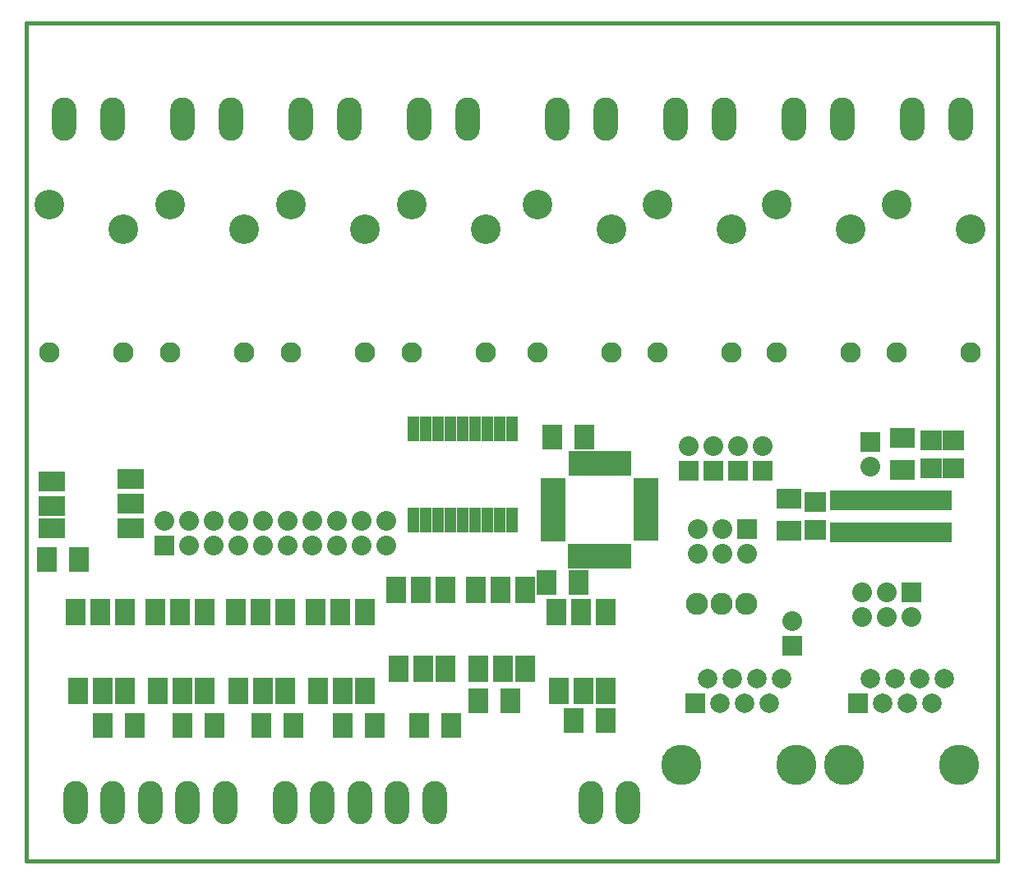
<source format=gts>
G04 (created by PCBNEW (2013-mar-13)-testing) date dim. 23 juin 2013 17:11:50 CEST*
%MOIN*%
G04 Gerber Fmt 3.4, Leading zero omitted, Abs format*
%FSLAX34Y34*%
G01*
G70*
G90*
G04 APERTURE LIST*
%ADD10C,0.005906*%
%ADD11C,0.015000*%
%ADD12C,0.163700*%
%ADD13R,0.079100X0.079100*%
%ADD14C,0.079100*%
%ADD15R,0.050000X0.098740*%
%ADD16R,0.080000X0.080000*%
%ADD17C,0.080000*%
%ADD18R,0.037700X0.098700*%
%ADD19R,0.098700X0.037700*%
%ADD20R,0.082000X0.110000*%
%ADD21O,0.098000X0.176000*%
%ADD22R,0.090900X0.082900*%
%ADD23R,0.080000X0.100000*%
%ADD24R,0.100000X0.080000*%
%ADD25R,0.110000X0.082000*%
%ADD26C,0.083000*%
%ADD27C,0.120000*%
%ADD28C,0.090000*%
G04 APERTURE END LIST*
G54D10*
G54D11*
X71500Y-62000D02*
X110900Y-62000D01*
X71500Y-28000D02*
X110900Y-28000D01*
X110900Y-28000D02*
X110800Y-28000D01*
X110900Y-62000D02*
X110900Y-28000D01*
X71500Y-62000D02*
X71500Y-28000D01*
G54D12*
X102738Y-58112D03*
X98065Y-58112D03*
G54D13*
X98650Y-55612D03*
G54D14*
X99150Y-54612D03*
X99650Y-55612D03*
X100150Y-54612D03*
X100650Y-55612D03*
X101150Y-54612D03*
X101650Y-55612D03*
X102150Y-54612D03*
G54D12*
X109338Y-58112D03*
X104665Y-58112D03*
G54D13*
X105250Y-55612D03*
G54D14*
X105750Y-54612D03*
X106250Y-55612D03*
X106750Y-54612D03*
X107250Y-55612D03*
X107750Y-54612D03*
X108250Y-55612D03*
X108750Y-54612D03*
G54D15*
X87200Y-48150D03*
X87700Y-48150D03*
X88200Y-48150D03*
X88700Y-48150D03*
X89200Y-48150D03*
X89700Y-48150D03*
X90200Y-48150D03*
X90700Y-48150D03*
X91200Y-48150D03*
X91200Y-44450D03*
X90700Y-44450D03*
X90200Y-44450D03*
X87200Y-44449D03*
X87700Y-44450D03*
X88200Y-44450D03*
X88700Y-44450D03*
X89200Y-44450D03*
X89700Y-44450D03*
G54D16*
X77100Y-49200D03*
G54D17*
X77100Y-48200D03*
X78100Y-49200D03*
X78100Y-48200D03*
X79100Y-49200D03*
X79100Y-48200D03*
X80100Y-49200D03*
X80100Y-48200D03*
X81100Y-49200D03*
X81100Y-48200D03*
X82100Y-49200D03*
X82100Y-48200D03*
X83100Y-49200D03*
X83100Y-48200D03*
X84100Y-49200D03*
X84100Y-48200D03*
X85100Y-49200D03*
X85100Y-48200D03*
X86100Y-49200D03*
X86100Y-48200D03*
G54D16*
X102575Y-53275D03*
G54D17*
X102575Y-52275D03*
G54D18*
X93657Y-45854D03*
X93972Y-45854D03*
X94287Y-45854D03*
X94602Y-45854D03*
X94917Y-45854D03*
X95232Y-45854D03*
X95547Y-45854D03*
X95862Y-45854D03*
X95860Y-49620D03*
X93650Y-49620D03*
X93970Y-49620D03*
X94290Y-49620D03*
X94600Y-49620D03*
X94920Y-49620D03*
X95230Y-49620D03*
X95550Y-49620D03*
G54D19*
X96650Y-46638D03*
X96650Y-46952D03*
X96650Y-47268D03*
X96650Y-47582D03*
X96650Y-47898D03*
X96650Y-48212D03*
X96650Y-48528D03*
X96650Y-48842D03*
X92870Y-46640D03*
X92870Y-46950D03*
X92870Y-47270D03*
X92870Y-47580D03*
X92870Y-47890D03*
X92870Y-48210D03*
X92870Y-48530D03*
X92870Y-48850D03*
G54D20*
X89850Y-54200D03*
X90850Y-54200D03*
X91750Y-54200D03*
X91750Y-51000D03*
X90750Y-51000D03*
X89750Y-51000D03*
X93100Y-55100D03*
X94100Y-55100D03*
X95000Y-55100D03*
X95000Y-51900D03*
X94000Y-51900D03*
X93000Y-51900D03*
X86600Y-54200D03*
X87600Y-54200D03*
X88500Y-54200D03*
X88500Y-51000D03*
X87500Y-51000D03*
X86500Y-51000D03*
X83350Y-55100D03*
X84350Y-55100D03*
X85250Y-55100D03*
X85250Y-51900D03*
X84250Y-51900D03*
X83250Y-51900D03*
X80100Y-55100D03*
X81100Y-55100D03*
X82000Y-55100D03*
X82000Y-51900D03*
X81000Y-51900D03*
X80000Y-51900D03*
X76850Y-55100D03*
X77850Y-55100D03*
X78750Y-55100D03*
X78750Y-51900D03*
X77750Y-51900D03*
X76750Y-51900D03*
X73600Y-55100D03*
X74600Y-55100D03*
X75500Y-55100D03*
X75500Y-51900D03*
X74500Y-51900D03*
X73500Y-51900D03*
G54D21*
X82000Y-59645D03*
X83515Y-59645D03*
X85031Y-59645D03*
X86547Y-59645D03*
X88062Y-59645D03*
X73500Y-59645D03*
X75015Y-59645D03*
X76531Y-59645D03*
X78047Y-59645D03*
X79562Y-59645D03*
G54D16*
X107400Y-51112D03*
G54D17*
X107400Y-52112D03*
X106400Y-51112D03*
X106400Y-52112D03*
X105400Y-51112D03*
X105400Y-52112D03*
G54D22*
X109100Y-46059D03*
X109100Y-44941D03*
X108200Y-46059D03*
X108200Y-44941D03*
X103500Y-47441D03*
X103500Y-48559D03*
G54D16*
X101375Y-46175D03*
G54D17*
X101375Y-45175D03*
G54D16*
X100375Y-46175D03*
G54D17*
X100375Y-45175D03*
G54D16*
X98375Y-46175D03*
G54D17*
X98375Y-45175D03*
G54D16*
X105725Y-45000D03*
G54D17*
X105725Y-46000D03*
G54D16*
X99375Y-46175D03*
G54D17*
X99375Y-45175D03*
G54D23*
X84350Y-56500D03*
X85650Y-56500D03*
G54D24*
X105600Y-48650D03*
X105600Y-47350D03*
X104600Y-48650D03*
X104600Y-47350D03*
X102450Y-48600D03*
X102450Y-47300D03*
G54D23*
X94150Y-44800D03*
X92850Y-44800D03*
G54D24*
X107050Y-44825D03*
X107050Y-46125D03*
G54D23*
X77850Y-56500D03*
X79150Y-56500D03*
G54D24*
X108550Y-48650D03*
X108550Y-47350D03*
G54D23*
X74600Y-56500D03*
X75900Y-56500D03*
X81050Y-56500D03*
X82350Y-56500D03*
X95000Y-56300D03*
X93700Y-56300D03*
X87450Y-56500D03*
X88750Y-56500D03*
X91150Y-55500D03*
X89850Y-55500D03*
G54D16*
X100725Y-48525D03*
G54D17*
X100725Y-49525D03*
X99725Y-48525D03*
X99725Y-49525D03*
X98725Y-48525D03*
X98725Y-49525D03*
G54D25*
X72550Y-46600D03*
X72550Y-47600D03*
X72550Y-48500D03*
X75750Y-48500D03*
X75750Y-47500D03*
X75750Y-46500D03*
G54D23*
X73650Y-49750D03*
X72350Y-49750D03*
G54D24*
X107600Y-47350D03*
X107600Y-48650D03*
X106600Y-47350D03*
X106600Y-48650D03*
G54D21*
X94400Y-59645D03*
X95915Y-59645D03*
G54D23*
X93900Y-50700D03*
X92600Y-50700D03*
G54D26*
X72450Y-41350D03*
X75442Y-41350D03*
G54D27*
X75442Y-36350D03*
X72450Y-35350D03*
G54D26*
X77350Y-41350D03*
X80342Y-41350D03*
G54D27*
X80342Y-36350D03*
X77350Y-35350D03*
G54D26*
X82250Y-41350D03*
X85242Y-41350D03*
G54D27*
X85242Y-36350D03*
X82250Y-35350D03*
G54D26*
X87150Y-41350D03*
X90142Y-41350D03*
G54D27*
X90142Y-36350D03*
X87150Y-35350D03*
G54D21*
X74990Y-31889D03*
X73020Y-31889D03*
X79790Y-31889D03*
X77820Y-31889D03*
X84590Y-31889D03*
X82620Y-31889D03*
X89390Y-31889D03*
X87420Y-31889D03*
X94990Y-31889D03*
X93020Y-31889D03*
X99790Y-31889D03*
X97820Y-31889D03*
X104590Y-31889D03*
X102620Y-31889D03*
X109390Y-31889D03*
X107420Y-31889D03*
G54D26*
X106800Y-41350D03*
X109792Y-41350D03*
G54D27*
X109792Y-36350D03*
X106800Y-35350D03*
G54D26*
X101950Y-41350D03*
X104942Y-41350D03*
G54D27*
X104942Y-36350D03*
X101950Y-35350D03*
G54D26*
X97100Y-41350D03*
X100092Y-41350D03*
G54D27*
X100092Y-36350D03*
X97100Y-35350D03*
G54D26*
X92250Y-41350D03*
X95242Y-41350D03*
G54D27*
X95242Y-36350D03*
X92250Y-35350D03*
G54D28*
X98700Y-51575D03*
X99700Y-51575D03*
X100700Y-51575D03*
M02*

</source>
